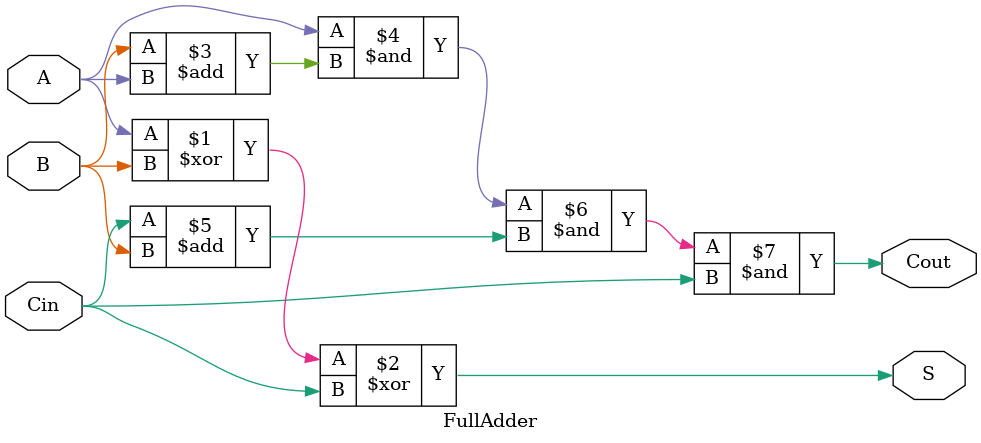
<source format=v>
module ALU(A, B, FS, C0, F, status);
	input [31:0] A, B;
	input [3:0]FS;
	// FS0 - b invert
	// FS1 - a invert
	// FS4:2 - op. select
	//   000 - AND
	//   001 - OR
	//   010 - ADD
	//   011 - XOR
	//   100 - shift left
	//   101 - shift right
	//   110 - none / 0
	//   111 - none / 0
	input C0;
	output [31:0]F;
	output [3:0]status;
	
	wire Z, N, C, V;
	assign status = {V, C, N, Z};
	
	wire [31:0] A_Signal, B_Signal;
	// A Mux
	assign A_Signal = FS[0] ? ~A : A;
	// B Mux
	assign B_Signal = FS[0] ? ~B : B;
	
	assign N = F[31];
	
	assign Z = (F == 32'b0) ? 1'b1 : 1'b0;
	
	assign V = ~(A_Signal[31] ^ B_Signal[31]) &  (F[31] ^ A_Signal[31]);
	
	wire [31:0]and_output, or_output, xor_output, add_output, shift_left, shift_right;
	assign and_output = A_Signal && B_Signal;
	assign or_output = A_Signal || B_Signal;
	assign xor_output = A_Signal ^ B_Signal;
	
	Adder adder_inst (add_output, C,A_Signal, B_Signal,C0);
	//module Adder(S, Cout, A, B, Cin);
	Shifter shift_inst (shift_left, shift_right, A, B[5:0]);
	
	Mux8to1Nbit main_mux (F, FS[3:1], add_output, and_output, or_output,  xor_output, shift_left, shift_right, 32'b0, 32'b0);
endmodule

module Shifter(left, right, A, shift_amount);
	input [31:0] A;
	input [5:0] shift_amount;
	//output reg [31:0] left, right;
	output [31:0] left, right;
	 //reg [31:0] left, right;
	
	//left = A << shift_amount;
	//right = A >> shift_amount;
	//left <= A << shift_amount;
	//right <= A >> shift_amount;
	
	assign left = A << shift_amount;
	assign right = A >> shift_amount;
endmodule

module Adder(S, Cout, A, B, Cin);
	input [31:0] A, B;
	input Cin;
	output [31:0] S;
	output Cout;
	
	wire [32:0]carry;
	assign carry[0] = Cin;
	assign Cout = carry[32];
	// use generate block to instantiate 32 full adders
	genvar i;
	generate
	for (i=0; i<32; i=i+1) begin: full_adders // blocks within a generate block need to be named
		FullAdder adder_inst (S[i], carry[i+1], A[i], B[i], carry[i]);	
	end
	endgenerate
	// this will generate the following code:
	// FullAdder full_adders[0].adder_inst (S[0], carry[1], A[0], B[0], carry[0]);
	// FullAdder full_adders[1].adder_inst (S[1], carry[2], A[1], B[1], carry[1]);
	// ...
	// FullAdder full_adders[31].adder_inst (S[31], carry[32], A[31], B[31], carry[31]);
endmodule

module FullAdder(S, Cout, A, B, Cin);
	input A, B, Cin;
	output S, Cout;
	
	assign S = A ^ B ^ Cin;
	assign Cout = A&B + A&Cin + B&Cin;
endmodule

</source>
